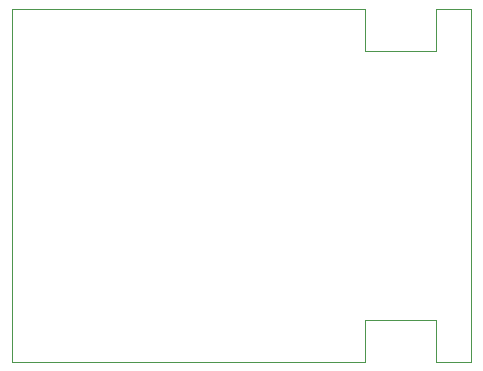
<source format=gm1>
%TF.GenerationSoftware,KiCad,Pcbnew,7.0.2*%
%TF.CreationDate,2023-10-29T21:13:40-05:00*%
%TF.ProjectId,data_port_breakout,64617461-5f70-46f7-9274-5f627265616b,rev?*%
%TF.SameCoordinates,Original*%
%TF.FileFunction,Profile,NP*%
%FSLAX46Y46*%
G04 Gerber Fmt 4.6, Leading zero omitted, Abs format (unit mm)*
G04 Created by KiCad (PCBNEW 7.0.2) date 2023-10-29 21:13:40*
%MOMM*%
%LPD*%
G01*
G04 APERTURE LIST*
%TA.AperFunction,Profile*%
%ADD10C,0.100000*%
%TD*%
G04 APERTURE END LIST*
D10*
X106103173Y-102477394D02*
X112103173Y-102477394D01*
X112103173Y-102477394D02*
X112103173Y-106009910D01*
X112103173Y-106009910D02*
X115038674Y-106009910D01*
X115038674Y-76200000D02*
X115038674Y-106009910D01*
X112103173Y-76200000D02*
X112103173Y-79732516D01*
X106103173Y-79732516D02*
X106103173Y-76200000D01*
X76200000Y-106009910D02*
X106103173Y-106009910D01*
X106103173Y-76200000D02*
X76200000Y-76200000D01*
X115038674Y-76200000D02*
X112103173Y-76200000D01*
X112103173Y-79732516D02*
X106103173Y-79732516D01*
X76200000Y-76200000D02*
X76200000Y-106009910D01*
X106103173Y-106009910D02*
X106103173Y-102477394D01*
M02*

</source>
